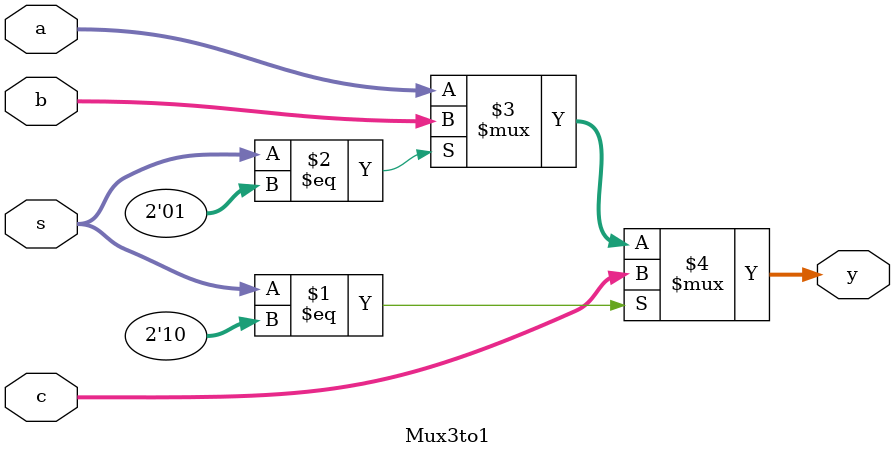
<source format=v>
`timescale 1ns / 1ps
module Mux3to1 #(parameter WIDTH = 8)(a,b,c,s,y);
	
input[WIDTH-1:0] a, b, c;
input[1:0] s;
output [WIDTH-1:0] y;

	assign y =(s==2'b10)? c : 
				(s==2'b1)? b :a;
				

	
endmodule


</source>
